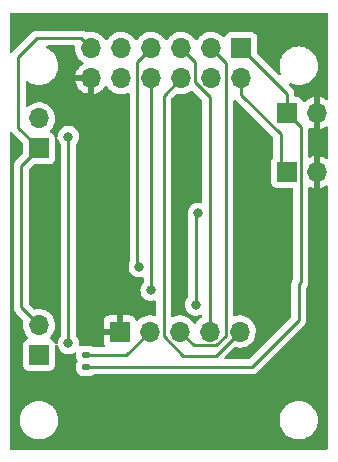
<source format=gbr>
%TF.GenerationSoftware,KiCad,Pcbnew,6.0.11+dfsg-1*%
%TF.CreationDate,2023-02-19T01:13:16+01:00*%
%TF.ProjectId,Controller,436f6e74-726f-46c6-9c65-722e6b696361,rev?*%
%TF.SameCoordinates,Original*%
%TF.FileFunction,Copper,L1,Top*%
%TF.FilePolarity,Positive*%
%FSLAX46Y46*%
G04 Gerber Fmt 4.6, Leading zero omitted, Abs format (unit mm)*
G04 Created by KiCad (PCBNEW 6.0.11+dfsg-1) date 2023-02-19 01:13:16*
%MOMM*%
%LPD*%
G01*
G04 APERTURE LIST*
G04 Aperture macros list*
%AMRoundRect*
0 Rectangle with rounded corners*
0 $1 Rounding radius*
0 $2 $3 $4 $5 $6 $7 $8 $9 X,Y pos of 4 corners*
0 Add a 4 corners polygon primitive as box body*
4,1,4,$2,$3,$4,$5,$6,$7,$8,$9,$2,$3,0*
0 Add four circle primitives for the rounded corners*
1,1,$1+$1,$2,$3*
1,1,$1+$1,$4,$5*
1,1,$1+$1,$6,$7*
1,1,$1+$1,$8,$9*
0 Add four rect primitives between the rounded corners*
20,1,$1+$1,$2,$3,$4,$5,0*
20,1,$1+$1,$4,$5,$6,$7,0*
20,1,$1+$1,$6,$7,$8,$9,0*
20,1,$1+$1,$8,$9,$2,$3,0*%
G04 Aperture macros list end*
%TA.AperFunction,ComponentPad*%
%ADD10R,1.700000X1.700000*%
%TD*%
%TA.AperFunction,ComponentPad*%
%ADD11O,1.700000X1.700000*%
%TD*%
%TA.AperFunction,SMDPad,CuDef*%
%ADD12RoundRect,0.135000X-0.185000X0.135000X-0.185000X-0.135000X0.185000X-0.135000X0.185000X0.135000X0*%
%TD*%
%TA.AperFunction,ViaPad*%
%ADD13C,0.800000*%
%TD*%
%TA.AperFunction,Conductor*%
%ADD14C,0.250000*%
%TD*%
G04 APERTURE END LIST*
D10*
%TO.P,J1,1,Pin_1*%
%TO.N,+3V3*%
X120120000Y-61500000D03*
D11*
%TO.P,J1,2,Pin_2*%
%TO.N,/CON_AUD*%
X120120000Y-64040000D03*
%TO.P,J1,3,Pin_3*%
%TO.N,/CON_X*%
X117580000Y-61500000D03*
%TO.P,J1,4,Pin_4*%
%TO.N,/CON_SPEZ*%
X117580000Y-64040000D03*
%TO.P,J1,5,Pin_5*%
%TO.N,/CON_Y*%
X115040000Y-61500000D03*
%TO.P,J1,6,Pin_6*%
%TO.N,/CON_JB*%
X115040000Y-64040000D03*
%TO.P,J1,7,Pin_7*%
%TO.N,/CON_BMA*%
X112500000Y-61500000D03*
%TO.P,J1,8,Pin_8*%
%TO.N,/CON_BM1*%
X112500000Y-64040000D03*
%TO.P,J1,9,Pin_9*%
%TO.N,/CON_BMB*%
X109960000Y-61500000D03*
%TO.P,J1,10,Pin_10*%
%TO.N,/CON_BM2*%
X109960000Y-64040000D03*
%TO.P,J1,11,Pin_11*%
%TO.N,/CON_BMC*%
X107420000Y-61500000D03*
%TO.P,J1,12,Pin_12*%
%TO.N,GND*%
X107420000Y-64040000D03*
%TD*%
D10*
%TO.P,J3,1,Pin_1*%
%TO.N,/CON_AUD*%
X124000000Y-72000000D03*
D11*
%TO.P,J3,2,Pin_2*%
%TO.N,GND*%
X126540000Y-72000000D03*
%TD*%
D10*
%TO.P,J4,1,Pin_1*%
%TO.N,+3V3*%
X124000000Y-67000000D03*
D11*
%TO.P,J4,2,Pin_2*%
%TO.N,GND*%
X126540000Y-67000000D03*
%TD*%
D10*
%TO.P,J6,1,Pin_1*%
%TO.N,/CON_BMC*%
X103000000Y-70000000D03*
D11*
%TO.P,J6,2,Pin_2*%
%TO.N,Net-(D6-Pad1)*%
X103000000Y-67460000D03*
%TD*%
D10*
%TO.P,J5,1,Pin_1*%
%TO.N,Net-(D3-Pad1)*%
X103000000Y-87500000D03*
D11*
%TO.P,J5,2,Pin_2*%
%TO.N,/CON_BMC*%
X103000000Y-84960000D03*
%TD*%
D12*
%TO.P,R1,1*%
%TO.N,Net-(J2-Pad2)*%
X107000000Y-87480000D03*
%TO.P,R1,2*%
%TO.N,+3V3*%
X107000000Y-88500000D03*
%TD*%
D10*
%TO.P,J2,1,Pin_1*%
%TO.N,GND*%
X109840000Y-85500000D03*
D11*
%TO.P,J2,2,Pin_2*%
%TO.N,Net-(J2-Pad2)*%
X112380000Y-85500000D03*
%TO.P,J2,3,Pin_3*%
%TO.N,/CON_X*%
X114920000Y-85500000D03*
%TO.P,J2,4,Pin_4*%
%TO.N,/CON_Y*%
X117460000Y-85500000D03*
%TO.P,J2,5,Pin_5*%
%TO.N,/CON_JB*%
X120000000Y-85500000D03*
%TD*%
D13*
%TO.N,/CON_BM1*%
X112500000Y-82000000D03*
%TO.N,/CON_BM2*%
X105500000Y-69000000D03*
X105500000Y-86500000D03*
%TO.N,GND*%
X108966000Y-91440000D03*
X122936000Y-61214000D03*
X118364000Y-91440000D03*
X121412000Y-73660000D03*
X103000000Y-77500000D03*
X108204000Y-77216000D03*
X123698000Y-80772000D03*
X120650000Y-76962000D03*
X126746000Y-61214000D03*
X116332000Y-69596000D03*
X126238000Y-84836000D03*
%TO.N,/CON_BMB*%
X116500000Y-75500000D03*
X116262653Y-83237347D03*
%TO.N,/CON_BMA*%
X111500000Y-80000000D03*
%TD*%
D14*
%TO.N,/CON_BM1*%
X112500000Y-64040000D02*
X112500000Y-79000000D01*
X112500000Y-79000000D02*
X112500000Y-82000000D01*
%TO.N,/CON_BM2*%
X105500000Y-86500000D02*
X105500000Y-78000000D01*
X105500000Y-69000000D02*
X105500000Y-78000000D01*
%TO.N,GND*%
X110500000Y-85460000D02*
X110460000Y-85500000D01*
%TO.N,/CON_BMC*%
X101500000Y-71500000D02*
X103000000Y-70000000D01*
X101500000Y-83460000D02*
X101500000Y-71500000D01*
X103000000Y-84960000D02*
X101500000Y-83460000D01*
X102851055Y-60650001D02*
X101235098Y-62265958D01*
X107420000Y-61500000D02*
X106570001Y-60650001D01*
X106570001Y-60650001D02*
X102851055Y-60650001D01*
X101235098Y-68235098D02*
X103000000Y-70000000D01*
X101235098Y-62265958D02*
X101235098Y-68235098D01*
%TO.N,/CON_BMB*%
X116262653Y-83237347D02*
X116262653Y-75737347D01*
X116262653Y-75737347D02*
X116500000Y-75500000D01*
%TO.N,/CON_BMA*%
X111500000Y-80000000D02*
X111324999Y-79824999D01*
X111324999Y-62675001D02*
X112500000Y-61500000D01*
X111324999Y-79824999D02*
X111324999Y-62675001D01*
%TO.N,/CON_JB*%
X117950010Y-87549990D02*
X115230988Y-87549990D01*
X113555001Y-85874003D02*
X113555001Y-65524999D01*
X115230988Y-87549990D02*
X113555001Y-85874003D01*
X113555001Y-65524999D02*
X115040000Y-64040000D01*
X120000000Y-85500000D02*
X117950010Y-87549990D01*
%TO.N,/CON_Y*%
X116215001Y-64414003D02*
X116215001Y-62675001D01*
X117460000Y-85500000D02*
X117460000Y-65659002D01*
X116215001Y-62675001D02*
X115040000Y-61500000D01*
X117460000Y-65659002D02*
X116215001Y-64414003D01*
X117500000Y-85500000D02*
X118080000Y-85500000D01*
%TO.N,/CON_X*%
X114920000Y-85500000D02*
X116095001Y-86675001D01*
X116095001Y-86675001D02*
X118024001Y-86675001D01*
X118824999Y-85874003D02*
X118824999Y-62744999D01*
X118824999Y-62744999D02*
X117580000Y-61500000D01*
X118024001Y-86675001D02*
X118824999Y-85874003D01*
%TO.N,/CON_AUD*%
X123460000Y-71460000D02*
X124000000Y-72000000D01*
X120120000Y-64040000D02*
X120120000Y-65445002D01*
X123460000Y-68785002D02*
X123460000Y-71460000D01*
X120120000Y-65445002D02*
X123460000Y-68785002D01*
%TO.N,+3V3*%
X120120000Y-62060000D02*
X120120000Y-61500000D01*
X121000000Y-88500000D02*
X125000000Y-84500000D01*
X125175001Y-81314999D02*
X125175001Y-68175001D01*
X107000000Y-88500000D02*
X121000000Y-88500000D01*
X125000000Y-84500000D02*
X125000000Y-81490000D01*
X124000000Y-67000000D02*
X124000000Y-65380000D01*
X125175001Y-68175001D02*
X124000000Y-67000000D01*
X124000000Y-65380000D02*
X120120000Y-61500000D01*
X125000000Y-81490000D02*
X125175001Y-81314999D01*
%TO.N,Net-(J2-Pad2)*%
X112380000Y-85500000D02*
X110400000Y-87480000D01*
X110400000Y-87480000D02*
X107000000Y-87480000D01*
%TD*%
%TA.AperFunction,Conductor*%
%TO.N,GND*%
G36*
X127433621Y-58528502D02*
G01*
X127480114Y-58582158D01*
X127491500Y-58634500D01*
X127491500Y-65761702D01*
X127471498Y-65829823D01*
X127417842Y-65876316D01*
X127347568Y-65886420D01*
X127295771Y-65866649D01*
X127289551Y-65862516D01*
X127103117Y-65759599D01*
X127093705Y-65755369D01*
X126892959Y-65684280D01*
X126882988Y-65681646D01*
X126811837Y-65668972D01*
X126798540Y-65670432D01*
X126794000Y-65684989D01*
X126794000Y-68318517D01*
X126798064Y-68332359D01*
X126811478Y-68334393D01*
X126818184Y-68333534D01*
X126828262Y-68331392D01*
X127032255Y-68270191D01*
X127041842Y-68266433D01*
X127233095Y-68172739D01*
X127241945Y-68167464D01*
X127292332Y-68131523D01*
X127359405Y-68108249D01*
X127428414Y-68124933D01*
X127477448Y-68176277D01*
X127491500Y-68234102D01*
X127491500Y-70761702D01*
X127471498Y-70829823D01*
X127417842Y-70876316D01*
X127347568Y-70886420D01*
X127295771Y-70866649D01*
X127289551Y-70862516D01*
X127103117Y-70759599D01*
X127093705Y-70755369D01*
X126892959Y-70684280D01*
X126882988Y-70681646D01*
X126811837Y-70668972D01*
X126798540Y-70670432D01*
X126794000Y-70684989D01*
X126794000Y-73318517D01*
X126798064Y-73332359D01*
X126811478Y-73334393D01*
X126818184Y-73333534D01*
X126828262Y-73331392D01*
X127032255Y-73270191D01*
X127041842Y-73266433D01*
X127233095Y-73172739D01*
X127241945Y-73167464D01*
X127292332Y-73131523D01*
X127359405Y-73108249D01*
X127428414Y-73124933D01*
X127477448Y-73176277D01*
X127491500Y-73234102D01*
X127491500Y-95365500D01*
X127471498Y-95433621D01*
X127417842Y-95480114D01*
X127365500Y-95491500D01*
X100634500Y-95491500D01*
X100566379Y-95471498D01*
X100519886Y-95417842D01*
X100508500Y-95365500D01*
X100508500Y-93000000D01*
X101368436Y-93000000D01*
X101388523Y-93255233D01*
X101389677Y-93260040D01*
X101389678Y-93260046D01*
X101422866Y-93398282D01*
X101448290Y-93504181D01*
X101450183Y-93508752D01*
X101450184Y-93508754D01*
X101490546Y-93606195D01*
X101546266Y-93740715D01*
X101680037Y-93959009D01*
X101683249Y-93962769D01*
X101683252Y-93962774D01*
X101831839Y-94136747D01*
X101846310Y-94153690D01*
X101850072Y-94156903D01*
X102037226Y-94316748D01*
X102037231Y-94316751D01*
X102040991Y-94319963D01*
X102259285Y-94453734D01*
X102263855Y-94455627D01*
X102263859Y-94455629D01*
X102491246Y-94549816D01*
X102495819Y-94551710D01*
X102582149Y-94572436D01*
X102739954Y-94610322D01*
X102739960Y-94610323D01*
X102744767Y-94611477D01*
X103000000Y-94631564D01*
X103255233Y-94611477D01*
X103260040Y-94610323D01*
X103260046Y-94610322D01*
X103417851Y-94572436D01*
X103504181Y-94551710D01*
X103508754Y-94549816D01*
X103736141Y-94455629D01*
X103736145Y-94455627D01*
X103740715Y-94453734D01*
X103959009Y-94319963D01*
X103962769Y-94316751D01*
X103962774Y-94316748D01*
X104149928Y-94156903D01*
X104153690Y-94153690D01*
X104168161Y-94136747D01*
X104316748Y-93962774D01*
X104316751Y-93962769D01*
X104319963Y-93959009D01*
X104453734Y-93740715D01*
X104509455Y-93606195D01*
X104549816Y-93508754D01*
X104549817Y-93508752D01*
X104551710Y-93504181D01*
X104577134Y-93398282D01*
X104610322Y-93260046D01*
X104610323Y-93260040D01*
X104611477Y-93255233D01*
X104631564Y-93000000D01*
X123368436Y-93000000D01*
X123388523Y-93255233D01*
X123389677Y-93260040D01*
X123389678Y-93260046D01*
X123422866Y-93398282D01*
X123448290Y-93504181D01*
X123450183Y-93508752D01*
X123450184Y-93508754D01*
X123490546Y-93606195D01*
X123546266Y-93740715D01*
X123680037Y-93959009D01*
X123683249Y-93962769D01*
X123683252Y-93962774D01*
X123831839Y-94136747D01*
X123846310Y-94153690D01*
X123850072Y-94156903D01*
X124037226Y-94316748D01*
X124037231Y-94316751D01*
X124040991Y-94319963D01*
X124259285Y-94453734D01*
X124263855Y-94455627D01*
X124263859Y-94455629D01*
X124491246Y-94549816D01*
X124495819Y-94551710D01*
X124582149Y-94572436D01*
X124739954Y-94610322D01*
X124739960Y-94610323D01*
X124744767Y-94611477D01*
X125000000Y-94631564D01*
X125255233Y-94611477D01*
X125260040Y-94610323D01*
X125260046Y-94610322D01*
X125417851Y-94572436D01*
X125504181Y-94551710D01*
X125508754Y-94549816D01*
X125736141Y-94455629D01*
X125736145Y-94455627D01*
X125740715Y-94453734D01*
X125959009Y-94319963D01*
X125962769Y-94316751D01*
X125962774Y-94316748D01*
X126149928Y-94156903D01*
X126153690Y-94153690D01*
X126168161Y-94136747D01*
X126316748Y-93962774D01*
X126316751Y-93962769D01*
X126319963Y-93959009D01*
X126453734Y-93740715D01*
X126509455Y-93606195D01*
X126549816Y-93508754D01*
X126549817Y-93508752D01*
X126551710Y-93504181D01*
X126577134Y-93398282D01*
X126610322Y-93260046D01*
X126610323Y-93260040D01*
X126611477Y-93255233D01*
X126631564Y-93000000D01*
X126611477Y-92744767D01*
X126551710Y-92495819D01*
X126453734Y-92259285D01*
X126319963Y-92040991D01*
X126316751Y-92037231D01*
X126316748Y-92037226D01*
X126156903Y-91850072D01*
X126153690Y-91846310D01*
X126136747Y-91831839D01*
X125962774Y-91683252D01*
X125962769Y-91683249D01*
X125959009Y-91680037D01*
X125740715Y-91546266D01*
X125736145Y-91544373D01*
X125736141Y-91544371D01*
X125508754Y-91450184D01*
X125508752Y-91450183D01*
X125504181Y-91448290D01*
X125417851Y-91427564D01*
X125260046Y-91389678D01*
X125260040Y-91389677D01*
X125255233Y-91388523D01*
X125000000Y-91368436D01*
X124744767Y-91388523D01*
X124739960Y-91389677D01*
X124739954Y-91389678D01*
X124582149Y-91427564D01*
X124495819Y-91448290D01*
X124491248Y-91450183D01*
X124491246Y-91450184D01*
X124263859Y-91544371D01*
X124263855Y-91544373D01*
X124259285Y-91546266D01*
X124040991Y-91680037D01*
X124037231Y-91683249D01*
X124037226Y-91683252D01*
X123863253Y-91831839D01*
X123846310Y-91846310D01*
X123843097Y-91850072D01*
X123683252Y-92037226D01*
X123683249Y-92037231D01*
X123680037Y-92040991D01*
X123546266Y-92259285D01*
X123448290Y-92495819D01*
X123388523Y-92744767D01*
X123368938Y-92993617D01*
X123368436Y-93000000D01*
X104631564Y-93000000D01*
X104611477Y-92744767D01*
X104551710Y-92495819D01*
X104453734Y-92259285D01*
X104319963Y-92040991D01*
X104316751Y-92037231D01*
X104316748Y-92037226D01*
X104156903Y-91850072D01*
X104153690Y-91846310D01*
X104136747Y-91831839D01*
X103962774Y-91683252D01*
X103962769Y-91683249D01*
X103959009Y-91680037D01*
X103740715Y-91546266D01*
X103736145Y-91544373D01*
X103736141Y-91544371D01*
X103508754Y-91450184D01*
X103508752Y-91450183D01*
X103504181Y-91448290D01*
X103417851Y-91427564D01*
X103260046Y-91389678D01*
X103260040Y-91389677D01*
X103255233Y-91388523D01*
X103000000Y-91368436D01*
X102744767Y-91388523D01*
X102739960Y-91389677D01*
X102739954Y-91389678D01*
X102582149Y-91427564D01*
X102495819Y-91448290D01*
X102491248Y-91450183D01*
X102491246Y-91450184D01*
X102263859Y-91544371D01*
X102263855Y-91544373D01*
X102259285Y-91546266D01*
X102040991Y-91680037D01*
X102037231Y-91683249D01*
X102037226Y-91683252D01*
X101863253Y-91831839D01*
X101846310Y-91846310D01*
X101843097Y-91850072D01*
X101683252Y-92037226D01*
X101683249Y-92037231D01*
X101680037Y-92040991D01*
X101546266Y-92259285D01*
X101448290Y-92495819D01*
X101388523Y-92744767D01*
X101368938Y-92993617D01*
X101368436Y-93000000D01*
X100508500Y-93000000D01*
X100508500Y-68706581D01*
X100528502Y-68638460D01*
X100582158Y-68591967D01*
X100652432Y-68581863D01*
X100717012Y-68611357D01*
X100729290Y-68624319D01*
X100730556Y-68626460D01*
X100744877Y-68640781D01*
X100757717Y-68655814D01*
X100769626Y-68672205D01*
X100775732Y-68677256D01*
X100803703Y-68700396D01*
X100812482Y-68708386D01*
X101604595Y-69500499D01*
X101638621Y-69562811D01*
X101641500Y-69589594D01*
X101641500Y-70410405D01*
X101621498Y-70478526D01*
X101604595Y-70499500D01*
X101107747Y-70996348D01*
X101099461Y-71003888D01*
X101092982Y-71008000D01*
X101087557Y-71013777D01*
X101046357Y-71057651D01*
X101043602Y-71060493D01*
X101023865Y-71080230D01*
X101021385Y-71083427D01*
X101013682Y-71092447D01*
X100983414Y-71124679D01*
X100979595Y-71131625D01*
X100979593Y-71131628D01*
X100973652Y-71142434D01*
X100962801Y-71158953D01*
X100950386Y-71174959D01*
X100947241Y-71182228D01*
X100947238Y-71182232D01*
X100932826Y-71215537D01*
X100927609Y-71226187D01*
X100906305Y-71264940D01*
X100904334Y-71272615D01*
X100904334Y-71272616D01*
X100901267Y-71284562D01*
X100894863Y-71303266D01*
X100886819Y-71321855D01*
X100885580Y-71329678D01*
X100885577Y-71329688D01*
X100879901Y-71365524D01*
X100877495Y-71377144D01*
X100866500Y-71419970D01*
X100866500Y-71440224D01*
X100864949Y-71459934D01*
X100861780Y-71479943D01*
X100862526Y-71487835D01*
X100865941Y-71523961D01*
X100866500Y-71535819D01*
X100866500Y-83381233D01*
X100865973Y-83392416D01*
X100864298Y-83399909D01*
X100864547Y-83407835D01*
X100864547Y-83407836D01*
X100866438Y-83467986D01*
X100866500Y-83471945D01*
X100866500Y-83499856D01*
X100866997Y-83503790D01*
X100866997Y-83503791D01*
X100867005Y-83503856D01*
X100867938Y-83515693D01*
X100869327Y-83559889D01*
X100874978Y-83579339D01*
X100878987Y-83598700D01*
X100881526Y-83618797D01*
X100884445Y-83626168D01*
X100884445Y-83626170D01*
X100897804Y-83659912D01*
X100901649Y-83671142D01*
X100913982Y-83713593D01*
X100918015Y-83720412D01*
X100918017Y-83720417D01*
X100924293Y-83731028D01*
X100932988Y-83748776D01*
X100940448Y-83767617D01*
X100945110Y-83774033D01*
X100945110Y-83774034D01*
X100966436Y-83803387D01*
X100972952Y-83813307D01*
X100979630Y-83824598D01*
X100995458Y-83851362D01*
X101009779Y-83865683D01*
X101022619Y-83880716D01*
X101034528Y-83897107D01*
X101040634Y-83902158D01*
X101068605Y-83925298D01*
X101077384Y-83933288D01*
X101649778Y-84505682D01*
X101683804Y-84567994D01*
X101682100Y-84628448D01*
X101660989Y-84704570D01*
X101660441Y-84709700D01*
X101660440Y-84709704D01*
X101656988Y-84742005D01*
X101637251Y-84926695D01*
X101637548Y-84931848D01*
X101637548Y-84931851D01*
X101643011Y-85026590D01*
X101650110Y-85149715D01*
X101651247Y-85154761D01*
X101651248Y-85154767D01*
X101671119Y-85242939D01*
X101699222Y-85367639D01*
X101783266Y-85574616D01*
X101785965Y-85579020D01*
X101895935Y-85758475D01*
X101899987Y-85765088D01*
X102046250Y-85933938D01*
X102050230Y-85937242D01*
X102054981Y-85941187D01*
X102094616Y-86000090D01*
X102096113Y-86071071D01*
X102058997Y-86131593D01*
X102018724Y-86156112D01*
X101903295Y-86199385D01*
X101786739Y-86286739D01*
X101699385Y-86403295D01*
X101648255Y-86539684D01*
X101641500Y-86601866D01*
X101641500Y-88398134D01*
X101648255Y-88460316D01*
X101699385Y-88596705D01*
X101786739Y-88713261D01*
X101903295Y-88800615D01*
X102039684Y-88851745D01*
X102101866Y-88858500D01*
X103898134Y-88858500D01*
X103960316Y-88851745D01*
X104096705Y-88800615D01*
X104213261Y-88713261D01*
X104300615Y-88596705D01*
X104351745Y-88460316D01*
X104358500Y-88398134D01*
X104358500Y-86718867D01*
X104378502Y-86650746D01*
X104432158Y-86604253D01*
X104492225Y-86595617D01*
X104431478Y-86597931D01*
X104370334Y-86561849D01*
X104344366Y-86520000D01*
X104303768Y-86411705D01*
X104303767Y-86411703D01*
X104300615Y-86403295D01*
X104213261Y-86286739D01*
X104096705Y-86199385D01*
X104084132Y-86194672D01*
X103978203Y-86154960D01*
X103921439Y-86112318D01*
X103896739Y-86045756D01*
X103911947Y-85976408D01*
X103933493Y-85947727D01*
X103999664Y-85881787D01*
X104038096Y-85843489D01*
X104056571Y-85817779D01*
X104165435Y-85666277D01*
X104168453Y-85662077D01*
X104214006Y-85569908D01*
X104265136Y-85466453D01*
X104265137Y-85466451D01*
X104267430Y-85461811D01*
X104332370Y-85248069D01*
X104361529Y-85026590D01*
X104363156Y-84960000D01*
X104344852Y-84737361D01*
X104290431Y-84520702D01*
X104201354Y-84315840D01*
X104156009Y-84245747D01*
X104082822Y-84132617D01*
X104082820Y-84132614D01*
X104080014Y-84128277D01*
X103929670Y-83963051D01*
X103925619Y-83959852D01*
X103925615Y-83959848D01*
X103758414Y-83827800D01*
X103758410Y-83827798D01*
X103754359Y-83824598D01*
X103733906Y-83813307D01*
X103702136Y-83795769D01*
X103558789Y-83716638D01*
X103553920Y-83714914D01*
X103553916Y-83714912D01*
X103353087Y-83643795D01*
X103353083Y-83643794D01*
X103348212Y-83642069D01*
X103343119Y-83641162D01*
X103343116Y-83641161D01*
X103133373Y-83603800D01*
X103133367Y-83603799D01*
X103128284Y-83602894D01*
X103054452Y-83601992D01*
X102910081Y-83600228D01*
X102910079Y-83600228D01*
X102904911Y-83600165D01*
X102684091Y-83633955D01*
X102671532Y-83638060D01*
X102600568Y-83640210D01*
X102543294Y-83607389D01*
X102170405Y-83234500D01*
X102136379Y-83172188D01*
X102133500Y-83145405D01*
X102133500Y-71814594D01*
X102153502Y-71746473D01*
X102170405Y-71725499D01*
X102500499Y-71395405D01*
X102562811Y-71361379D01*
X102589594Y-71358500D01*
X103898134Y-71358500D01*
X103960316Y-71351745D01*
X104096705Y-71300615D01*
X104213261Y-71213261D01*
X104300615Y-71096705D01*
X104351745Y-70960316D01*
X104358500Y-70898134D01*
X104358500Y-69218867D01*
X104378502Y-69150746D01*
X104432158Y-69104253D01*
X104492225Y-69095617D01*
X104431478Y-69097931D01*
X104370334Y-69061849D01*
X104344366Y-69020000D01*
X104303768Y-68911705D01*
X104303767Y-68911704D01*
X104300615Y-68903295D01*
X104213261Y-68786739D01*
X104096705Y-68699385D01*
X104058632Y-68685112D01*
X103978203Y-68654960D01*
X103921439Y-68612318D01*
X103896739Y-68545756D01*
X103911947Y-68476408D01*
X103933493Y-68447727D01*
X103985998Y-68395405D01*
X104038096Y-68343489D01*
X104045250Y-68333534D01*
X104165435Y-68166277D01*
X104168453Y-68162077D01*
X104182384Y-68133891D01*
X104265136Y-67966453D01*
X104265137Y-67966451D01*
X104267430Y-67961811D01*
X104332370Y-67748069D01*
X104361529Y-67526590D01*
X104363156Y-67460000D01*
X104344852Y-67237361D01*
X104290431Y-67020702D01*
X104201354Y-66815840D01*
X104080014Y-66628277D01*
X103929670Y-66463051D01*
X103925619Y-66459852D01*
X103925615Y-66459848D01*
X103758414Y-66327800D01*
X103758410Y-66327798D01*
X103754359Y-66324598D01*
X103558789Y-66216638D01*
X103553920Y-66214914D01*
X103553916Y-66214912D01*
X103353087Y-66143795D01*
X103353083Y-66143794D01*
X103348212Y-66142069D01*
X103343119Y-66141162D01*
X103343116Y-66141161D01*
X103133373Y-66103800D01*
X103133367Y-66103799D01*
X103128284Y-66102894D01*
X103054452Y-66101992D01*
X102910081Y-66100228D01*
X102910079Y-66100228D01*
X102904911Y-66100165D01*
X102684091Y-66133955D01*
X102471756Y-66203357D01*
X102273607Y-66306507D01*
X102269474Y-66309610D01*
X102269471Y-66309612D01*
X102182212Y-66375128D01*
X102094965Y-66440635D01*
X102091395Y-66444371D01*
X102091388Y-66444377D01*
X102085693Y-66450337D01*
X102024170Y-66485769D01*
X101953257Y-66482313D01*
X101895470Y-66441068D01*
X101869156Y-66375128D01*
X101868598Y-66363288D01*
X101868598Y-64439310D01*
X101888600Y-64371189D01*
X101942256Y-64324696D01*
X102012530Y-64314592D01*
X102060433Y-64331877D01*
X102259285Y-64453734D01*
X102263855Y-64455627D01*
X102263859Y-64455629D01*
X102491246Y-64549816D01*
X102495819Y-64551710D01*
X102582149Y-64572436D01*
X102739954Y-64610322D01*
X102739960Y-64610323D01*
X102744767Y-64611477D01*
X103000000Y-64631564D01*
X103255233Y-64611477D01*
X103260040Y-64610323D01*
X103260046Y-64610322D01*
X103417851Y-64572436D01*
X103504181Y-64551710D01*
X103508754Y-64549816D01*
X103736141Y-64455629D01*
X103736145Y-64455627D01*
X103740715Y-64453734D01*
X103959009Y-64319963D01*
X103962769Y-64316751D01*
X103962774Y-64316748D01*
X103973056Y-64307966D01*
X106088257Y-64307966D01*
X106118565Y-64442446D01*
X106121645Y-64452275D01*
X106201770Y-64649603D01*
X106206413Y-64658794D01*
X106317694Y-64840388D01*
X106323777Y-64848699D01*
X106463213Y-65009667D01*
X106470580Y-65016883D01*
X106634434Y-65152916D01*
X106642881Y-65158831D01*
X106826756Y-65266279D01*
X106836042Y-65270729D01*
X107035001Y-65346703D01*
X107044899Y-65349579D01*
X107148250Y-65370606D01*
X107162299Y-65369410D01*
X107166000Y-65359065D01*
X107166000Y-64312115D01*
X107161525Y-64296876D01*
X107160135Y-64295671D01*
X107152452Y-64294000D01*
X106103225Y-64294000D01*
X106089694Y-64297973D01*
X106088257Y-64307966D01*
X103973056Y-64307966D01*
X104149928Y-64156903D01*
X104153690Y-64153690D01*
X104234004Y-64059654D01*
X104316748Y-63962774D01*
X104316751Y-63962769D01*
X104319963Y-63959009D01*
X104453734Y-63740715D01*
X104462093Y-63720536D01*
X104549816Y-63508754D01*
X104549818Y-63508749D01*
X104551710Y-63504181D01*
X104585848Y-63361986D01*
X104610322Y-63260046D01*
X104610323Y-63260040D01*
X104611477Y-63255233D01*
X104631564Y-63000000D01*
X104611477Y-62744767D01*
X104609155Y-62735092D01*
X104563318Y-62544171D01*
X104551710Y-62495819D01*
X104549816Y-62491246D01*
X104455629Y-62263859D01*
X104455627Y-62263855D01*
X104453734Y-62259285D01*
X104319963Y-62040991D01*
X104316751Y-62037231D01*
X104316748Y-62037226D01*
X104156903Y-61850072D01*
X104153690Y-61846310D01*
X104130438Y-61826451D01*
X103962774Y-61683252D01*
X103962769Y-61683249D01*
X103959009Y-61680037D01*
X103740715Y-61546266D01*
X103736145Y-61544373D01*
X103736141Y-61544371D01*
X103691571Y-61525910D01*
X103636290Y-61481362D01*
X103613869Y-61413998D01*
X103631427Y-61345207D01*
X103683389Y-61296829D01*
X103739789Y-61283501D01*
X105936645Y-61283501D01*
X106004766Y-61303503D01*
X106051259Y-61357159D01*
X106061932Y-61422889D01*
X106059341Y-61447135D01*
X106057251Y-61466695D01*
X106057548Y-61471848D01*
X106057548Y-61471851D01*
X106061839Y-61546266D01*
X106070110Y-61689715D01*
X106071247Y-61694761D01*
X106071248Y-61694767D01*
X106086469Y-61762306D01*
X106119222Y-61907639D01*
X106173370Y-62040991D01*
X106192383Y-62087813D01*
X106203266Y-62114616D01*
X106246966Y-62185928D01*
X106317291Y-62300688D01*
X106319987Y-62305088D01*
X106466250Y-62473938D01*
X106638126Y-62616632D01*
X106688502Y-62646069D01*
X106711955Y-62659774D01*
X106760679Y-62711412D01*
X106773750Y-62781195D01*
X106747019Y-62846967D01*
X106706562Y-62880327D01*
X106698457Y-62884546D01*
X106689738Y-62890036D01*
X106519433Y-63017905D01*
X106511726Y-63024748D01*
X106364590Y-63178717D01*
X106358104Y-63186727D01*
X106238098Y-63362649D01*
X106233000Y-63371623D01*
X106143338Y-63564783D01*
X106139775Y-63574470D01*
X106084389Y-63774183D01*
X106085912Y-63782607D01*
X106098292Y-63786000D01*
X107548000Y-63786000D01*
X107616121Y-63806002D01*
X107662614Y-63859658D01*
X107674000Y-63912000D01*
X107674000Y-65358517D01*
X107678064Y-65372359D01*
X107691478Y-65374393D01*
X107698184Y-65373534D01*
X107708262Y-65371392D01*
X107912255Y-65310191D01*
X107921842Y-65306433D01*
X108113095Y-65212739D01*
X108121945Y-65207464D01*
X108295328Y-65083792D01*
X108303200Y-65077139D01*
X108454052Y-64926812D01*
X108460730Y-64918965D01*
X108588022Y-64741819D01*
X108589279Y-64742722D01*
X108636373Y-64699362D01*
X108706311Y-64687145D01*
X108771751Y-64714678D01*
X108799579Y-64746511D01*
X108859987Y-64845088D01*
X109006250Y-65013938D01*
X109178126Y-65156632D01*
X109371000Y-65269338D01*
X109375825Y-65271180D01*
X109375826Y-65271181D01*
X109407730Y-65283364D01*
X109579692Y-65349030D01*
X109584760Y-65350061D01*
X109584763Y-65350062D01*
X109673148Y-65368044D01*
X109798597Y-65393567D01*
X109803772Y-65393757D01*
X109803774Y-65393757D01*
X110016673Y-65401564D01*
X110016677Y-65401564D01*
X110021837Y-65401753D01*
X110026957Y-65401097D01*
X110026959Y-65401097D01*
X110238288Y-65374025D01*
X110238289Y-65374025D01*
X110243416Y-65373368D01*
X110248366Y-65371883D01*
X110452429Y-65310661D01*
X110452434Y-65310659D01*
X110457384Y-65309174D01*
X110510070Y-65283364D01*
X110580041Y-65271358D01*
X110645398Y-65299088D01*
X110685388Y-65357751D01*
X110691499Y-65396516D01*
X110691499Y-79549605D01*
X110674617Y-79612606D01*
X110665473Y-79628444D01*
X110606458Y-79810072D01*
X110586496Y-80000000D01*
X110606458Y-80189928D01*
X110665473Y-80371556D01*
X110760960Y-80536944D01*
X110888747Y-80678866D01*
X111043248Y-80791118D01*
X111049276Y-80793802D01*
X111049278Y-80793803D01*
X111211681Y-80866109D01*
X111217712Y-80868794D01*
X111311112Y-80888647D01*
X111398056Y-80907128D01*
X111398061Y-80907128D01*
X111404513Y-80908500D01*
X111595487Y-80908500D01*
X111601939Y-80907128D01*
X111601944Y-80907128D01*
X111714303Y-80883245D01*
X111785094Y-80888647D01*
X111841727Y-80931464D01*
X111866220Y-80998102D01*
X111866500Y-81006492D01*
X111866500Y-81297476D01*
X111846498Y-81365597D01*
X111834142Y-81381779D01*
X111760960Y-81463056D01*
X111710729Y-81550059D01*
X111685354Y-81594010D01*
X111665473Y-81628444D01*
X111606458Y-81810072D01*
X111586496Y-82000000D01*
X111606458Y-82189928D01*
X111665473Y-82371556D01*
X111760960Y-82536944D01*
X111765378Y-82541851D01*
X111765379Y-82541852D01*
X111834964Y-82619134D01*
X111888747Y-82678866D01*
X112043248Y-82791118D01*
X112049276Y-82793802D01*
X112049278Y-82793803D01*
X112198113Y-82860068D01*
X112217712Y-82868794D01*
X112311112Y-82888647D01*
X112398056Y-82907128D01*
X112398061Y-82907128D01*
X112404513Y-82908500D01*
X112595487Y-82908500D01*
X112601939Y-82907128D01*
X112601944Y-82907128D01*
X112769304Y-82871554D01*
X112840095Y-82876956D01*
X112896727Y-82919773D01*
X112921221Y-82986411D01*
X112921501Y-82994801D01*
X112921501Y-84072230D01*
X112901499Y-84140351D01*
X112847843Y-84186844D01*
X112777569Y-84196948D01*
X112753442Y-84191003D01*
X112733091Y-84183796D01*
X112733083Y-84183794D01*
X112728212Y-84182069D01*
X112723119Y-84181162D01*
X112723116Y-84181161D01*
X112513373Y-84143800D01*
X112513367Y-84143799D01*
X112508284Y-84142894D01*
X112434452Y-84141992D01*
X112290081Y-84140228D01*
X112290079Y-84140228D01*
X112284911Y-84140165D01*
X112064091Y-84173955D01*
X111851756Y-84243357D01*
X111821443Y-84259137D01*
X111747017Y-84297881D01*
X111653607Y-84346507D01*
X111649474Y-84349610D01*
X111649471Y-84349612D01*
X111488963Y-84470125D01*
X111474965Y-84480635D01*
X111471393Y-84484373D01*
X111393898Y-84565466D01*
X111332374Y-84600895D01*
X111261462Y-84597438D01*
X111203676Y-84556192D01*
X111184823Y-84522644D01*
X111143324Y-84411946D01*
X111134786Y-84396351D01*
X111058285Y-84294276D01*
X111045724Y-84281715D01*
X110943649Y-84205214D01*
X110928054Y-84196676D01*
X110807606Y-84151522D01*
X110792351Y-84147895D01*
X110741486Y-84142369D01*
X110734672Y-84142000D01*
X110112115Y-84142000D01*
X110096876Y-84146475D01*
X110095671Y-84147865D01*
X110094000Y-84155548D01*
X110094000Y-85628000D01*
X110073998Y-85696121D01*
X110020342Y-85742614D01*
X109968000Y-85754000D01*
X108500116Y-85754000D01*
X108484877Y-85758475D01*
X108483672Y-85759865D01*
X108482001Y-85767548D01*
X108482001Y-86394669D01*
X108482371Y-86401490D01*
X108487895Y-86452352D01*
X108491521Y-86467604D01*
X108536676Y-86588054D01*
X108545213Y-86603648D01*
X108576157Y-86644936D01*
X108601004Y-86711442D01*
X108585951Y-86780825D01*
X108535776Y-86831054D01*
X108475330Y-86846500D01*
X107640694Y-86846500D01*
X107576555Y-86828954D01*
X107449419Y-86753766D01*
X107449418Y-86753766D01*
X107442596Y-86749731D01*
X107434985Y-86747520D01*
X107434983Y-86747519D01*
X107344250Y-86721159D01*
X107286466Y-86704371D01*
X107280059Y-86703867D01*
X107280055Y-86703866D01*
X107252444Y-86701693D01*
X107252438Y-86701693D01*
X107249989Y-86701500D01*
X107000152Y-86701500D01*
X106750012Y-86701501D01*
X106713534Y-86704371D01*
X106632506Y-86727912D01*
X106561960Y-86748407D01*
X106490963Y-86748204D01*
X106431347Y-86709650D01*
X106402039Y-86644985D01*
X106401497Y-86614240D01*
X106412814Y-86506565D01*
X106413504Y-86500000D01*
X106402585Y-86396109D01*
X106394232Y-86316635D01*
X106394232Y-86316633D01*
X106393542Y-86310072D01*
X106334527Y-86128444D01*
X106239040Y-85963056D01*
X106165863Y-85881785D01*
X106135147Y-85817779D01*
X106133500Y-85797476D01*
X106133500Y-85227885D01*
X108482000Y-85227885D01*
X108486475Y-85243124D01*
X108487865Y-85244329D01*
X108495548Y-85246000D01*
X109567885Y-85246000D01*
X109583124Y-85241525D01*
X109584329Y-85240135D01*
X109586000Y-85232452D01*
X109586000Y-84160116D01*
X109581525Y-84144877D01*
X109580135Y-84143672D01*
X109572452Y-84142001D01*
X108945331Y-84142001D01*
X108938510Y-84142371D01*
X108887648Y-84147895D01*
X108872396Y-84151521D01*
X108751946Y-84196676D01*
X108736351Y-84205214D01*
X108634276Y-84281715D01*
X108621715Y-84294276D01*
X108545214Y-84396351D01*
X108536676Y-84411946D01*
X108491522Y-84532394D01*
X108487895Y-84547649D01*
X108482369Y-84598514D01*
X108482000Y-84605328D01*
X108482000Y-85227885D01*
X106133500Y-85227885D01*
X106133500Y-69702524D01*
X106153502Y-69634403D01*
X106165858Y-69618221D01*
X106239040Y-69536944D01*
X106334527Y-69371556D01*
X106393542Y-69189928D01*
X106407004Y-69061849D01*
X106412814Y-69006565D01*
X106413504Y-69000000D01*
X106393542Y-68810072D01*
X106334527Y-68628444D01*
X106239040Y-68463056D01*
X106182715Y-68400500D01*
X106115675Y-68326045D01*
X106115674Y-68326044D01*
X106111253Y-68321134D01*
X105956752Y-68208882D01*
X105950724Y-68206198D01*
X105950722Y-68206197D01*
X105788319Y-68133891D01*
X105788318Y-68133891D01*
X105782288Y-68131206D01*
X105688888Y-68111353D01*
X105601944Y-68092872D01*
X105601939Y-68092872D01*
X105595487Y-68091500D01*
X105404513Y-68091500D01*
X105398061Y-68092872D01*
X105398056Y-68092872D01*
X105311112Y-68111353D01*
X105217712Y-68131206D01*
X105211682Y-68133891D01*
X105211681Y-68133891D01*
X105049278Y-68206197D01*
X105049276Y-68206198D01*
X105043248Y-68208882D01*
X104888747Y-68321134D01*
X104884326Y-68326044D01*
X104884325Y-68326045D01*
X104817286Y-68400500D01*
X104760960Y-68463056D01*
X104665473Y-68628444D01*
X104606458Y-68810072D01*
X104605769Y-68816631D01*
X104605768Y-68816634D01*
X104587658Y-68988942D01*
X104560645Y-69054598D01*
X104503361Y-69094573D01*
X104567012Y-69123643D01*
X104605396Y-69183369D01*
X104606034Y-69185894D01*
X104606458Y-69189928D01*
X104665473Y-69371556D01*
X104760960Y-69536944D01*
X104834137Y-69618215D01*
X104864853Y-69682221D01*
X104866500Y-69702524D01*
X104866500Y-85797476D01*
X104846498Y-85865597D01*
X104834142Y-85881779D01*
X104760960Y-85963056D01*
X104665473Y-86128444D01*
X104606458Y-86310072D01*
X104605769Y-86316631D01*
X104605768Y-86316634D01*
X104587658Y-86488942D01*
X104560645Y-86554598D01*
X104503361Y-86594573D01*
X104567012Y-86623643D01*
X104605396Y-86683369D01*
X104606034Y-86685894D01*
X104606458Y-86689928D01*
X104665473Y-86871556D01*
X104760960Y-87036944D01*
X104888747Y-87178866D01*
X104977755Y-87243534D01*
X105027961Y-87280011D01*
X105043248Y-87291118D01*
X105049276Y-87293802D01*
X105049278Y-87293803D01*
X105211681Y-87366109D01*
X105217712Y-87368794D01*
X105311112Y-87388647D01*
X105398056Y-87407128D01*
X105398061Y-87407128D01*
X105404513Y-87408500D01*
X105595487Y-87408500D01*
X105601939Y-87407128D01*
X105601944Y-87407128D01*
X105688888Y-87388647D01*
X105782288Y-87368794D01*
X105788319Y-87366109D01*
X105950722Y-87293803D01*
X105950724Y-87293802D01*
X105956752Y-87291118D01*
X105971438Y-87280448D01*
X106038305Y-87256589D01*
X106107457Y-87272668D01*
X106156938Y-87323582D01*
X106171500Y-87382383D01*
X106171501Y-87679988D01*
X106174371Y-87716466D01*
X106176168Y-87722650D01*
X106217124Y-87863621D01*
X106219731Y-87872596D01*
X106223767Y-87879421D01*
X106223769Y-87879425D01*
X106251231Y-87925861D01*
X106268691Y-87994677D01*
X106251231Y-88054139D01*
X106223769Y-88100575D01*
X106223767Y-88100579D01*
X106219731Y-88107404D01*
X106174371Y-88263534D01*
X106171500Y-88300011D01*
X106171501Y-88699988D01*
X106174371Y-88736466D01*
X106219731Y-88892596D01*
X106223766Y-88899418D01*
X106223766Y-88899419D01*
X106298460Y-89025720D01*
X106302494Y-89032541D01*
X106417459Y-89147506D01*
X106557404Y-89230269D01*
X106565015Y-89232480D01*
X106565017Y-89232481D01*
X106655750Y-89258841D01*
X106713534Y-89275629D01*
X106719941Y-89276133D01*
X106719945Y-89276134D01*
X106747556Y-89278307D01*
X106747562Y-89278307D01*
X106750011Y-89278500D01*
X106999848Y-89278500D01*
X107249988Y-89278499D01*
X107286466Y-89275629D01*
X107383270Y-89247505D01*
X107434983Y-89232481D01*
X107434985Y-89232480D01*
X107442596Y-89230269D01*
X107576555Y-89151046D01*
X107640694Y-89133500D01*
X120921233Y-89133500D01*
X120932416Y-89134027D01*
X120939909Y-89135702D01*
X120947835Y-89135453D01*
X120947836Y-89135453D01*
X121007986Y-89133562D01*
X121011945Y-89133500D01*
X121039856Y-89133500D01*
X121043791Y-89133003D01*
X121043856Y-89132995D01*
X121055693Y-89132062D01*
X121087951Y-89131048D01*
X121091970Y-89130922D01*
X121099889Y-89130673D01*
X121119343Y-89125021D01*
X121138700Y-89121013D01*
X121150930Y-89119468D01*
X121150931Y-89119468D01*
X121158797Y-89118474D01*
X121166168Y-89115555D01*
X121166170Y-89115555D01*
X121199912Y-89102196D01*
X121211142Y-89098351D01*
X121245983Y-89088229D01*
X121245984Y-89088229D01*
X121253593Y-89086018D01*
X121260412Y-89081985D01*
X121260417Y-89081983D01*
X121271028Y-89075707D01*
X121288776Y-89067012D01*
X121307617Y-89059552D01*
X121343387Y-89033564D01*
X121353307Y-89027048D01*
X121384535Y-89008580D01*
X121384538Y-89008578D01*
X121391362Y-89004542D01*
X121405683Y-88990221D01*
X121420717Y-88977380D01*
X121430694Y-88970131D01*
X121437107Y-88965472D01*
X121465298Y-88931395D01*
X121473288Y-88922616D01*
X125392247Y-85003657D01*
X125400537Y-84996113D01*
X125407018Y-84992000D01*
X125453659Y-84942332D01*
X125456413Y-84939491D01*
X125476134Y-84919770D01*
X125478612Y-84916575D01*
X125486318Y-84907553D01*
X125511158Y-84881101D01*
X125516586Y-84875321D01*
X125522732Y-84864142D01*
X125526346Y-84857568D01*
X125537199Y-84841045D01*
X125544753Y-84831306D01*
X125549613Y-84825041D01*
X125567176Y-84784457D01*
X125572383Y-84773827D01*
X125593695Y-84735060D01*
X125595666Y-84727383D01*
X125595668Y-84727378D01*
X125598732Y-84715442D01*
X125605138Y-84696730D01*
X125610033Y-84685419D01*
X125613181Y-84678145D01*
X125614421Y-84670317D01*
X125614423Y-84670310D01*
X125620099Y-84634476D01*
X125622505Y-84622856D01*
X125631528Y-84587711D01*
X125631528Y-84587710D01*
X125633500Y-84580030D01*
X125633500Y-84559776D01*
X125635051Y-84540065D01*
X125636980Y-84527886D01*
X125638220Y-84520057D01*
X125634059Y-84476038D01*
X125633500Y-84464181D01*
X125633500Y-81802063D01*
X125653502Y-81733942D01*
X125667643Y-81715818D01*
X125691587Y-81690320D01*
X125695406Y-81683374D01*
X125695408Y-81683371D01*
X125701349Y-81672565D01*
X125712200Y-81656046D01*
X125719759Y-81646300D01*
X125724615Y-81640040D01*
X125727760Y-81632771D01*
X125727763Y-81632767D01*
X125742175Y-81599462D01*
X125747392Y-81588812D01*
X125768696Y-81550059D01*
X125773734Y-81530436D01*
X125780138Y-81511733D01*
X125785034Y-81500419D01*
X125785034Y-81500418D01*
X125788182Y-81493144D01*
X125789421Y-81485321D01*
X125789424Y-81485311D01*
X125795100Y-81449475D01*
X125797506Y-81437855D01*
X125806529Y-81402710D01*
X125806529Y-81402709D01*
X125808501Y-81395029D01*
X125808501Y-81374775D01*
X125810052Y-81355064D01*
X125811981Y-81342885D01*
X125813221Y-81335056D01*
X125809060Y-81291037D01*
X125808501Y-81279180D01*
X125808501Y-73357377D01*
X125828503Y-73289256D01*
X125882159Y-73242763D01*
X125952433Y-73232659D01*
X125979450Y-73239667D01*
X126155001Y-73306703D01*
X126164899Y-73309579D01*
X126268250Y-73330606D01*
X126282299Y-73329410D01*
X126286000Y-73319065D01*
X126286000Y-70683102D01*
X126282082Y-70669758D01*
X126267806Y-70667771D01*
X126229324Y-70673660D01*
X126219288Y-70676051D01*
X126016868Y-70742212D01*
X126007364Y-70746207D01*
X125992682Y-70753850D01*
X125923023Y-70767563D01*
X125857007Y-70741438D01*
X125815596Y-70683770D01*
X125808501Y-70642087D01*
X125808501Y-68357377D01*
X125828503Y-68289256D01*
X125882159Y-68242763D01*
X125952433Y-68232659D01*
X125979450Y-68239667D01*
X126155001Y-68306703D01*
X126164899Y-68309579D01*
X126268250Y-68330606D01*
X126282299Y-68329410D01*
X126286000Y-68319065D01*
X126286000Y-65683102D01*
X126282082Y-65669758D01*
X126267806Y-65667771D01*
X126229324Y-65673660D01*
X126219288Y-65676051D01*
X126016868Y-65742212D01*
X126007359Y-65746209D01*
X125818463Y-65844542D01*
X125809738Y-65850036D01*
X125639433Y-65977905D01*
X125631726Y-65984748D01*
X125554478Y-66065584D01*
X125492954Y-66101014D01*
X125422042Y-66097557D01*
X125364255Y-66056311D01*
X125345402Y-66022763D01*
X125303767Y-65911703D01*
X125300615Y-65903295D01*
X125213261Y-65786739D01*
X125096705Y-65699385D01*
X124960316Y-65648255D01*
X124898134Y-65641500D01*
X124759500Y-65641500D01*
X124691379Y-65621498D01*
X124644886Y-65567842D01*
X124633500Y-65515500D01*
X124633500Y-65458768D01*
X124634027Y-65447585D01*
X124635702Y-65440092D01*
X124635376Y-65429701D01*
X124633562Y-65372002D01*
X124633500Y-65368044D01*
X124633500Y-65340144D01*
X124632996Y-65336153D01*
X124632063Y-65324311D01*
X124631620Y-65310191D01*
X124630674Y-65280111D01*
X124628080Y-65271181D01*
X124625021Y-65260652D01*
X124621012Y-65241293D01*
X124620846Y-65239983D01*
X124618474Y-65221203D01*
X124615558Y-65213837D01*
X124615556Y-65213831D01*
X124602200Y-65180098D01*
X124598355Y-65168868D01*
X124588230Y-65134017D01*
X124588230Y-65134016D01*
X124586019Y-65126407D01*
X124575705Y-65108966D01*
X124567008Y-65091213D01*
X124562472Y-65079758D01*
X124559552Y-65072383D01*
X124533563Y-65036612D01*
X124527047Y-65026692D01*
X124517194Y-65010031D01*
X124504542Y-64988638D01*
X124490221Y-64974317D01*
X124477380Y-64959283D01*
X124470131Y-64949306D01*
X124465472Y-64942893D01*
X124431395Y-64914702D01*
X124422616Y-64906712D01*
X124212739Y-64696835D01*
X124178713Y-64634523D01*
X124183778Y-64563708D01*
X124226325Y-64506872D01*
X124292845Y-64482061D01*
X124350052Y-64491331D01*
X124483128Y-64546453D01*
X124495819Y-64551710D01*
X124582149Y-64572436D01*
X124739954Y-64610322D01*
X124739960Y-64610323D01*
X124744767Y-64611477D01*
X125000000Y-64631564D01*
X125255233Y-64611477D01*
X125260040Y-64610323D01*
X125260046Y-64610322D01*
X125417851Y-64572436D01*
X125504181Y-64551710D01*
X125508754Y-64549816D01*
X125736141Y-64455629D01*
X125736145Y-64455627D01*
X125740715Y-64453734D01*
X125959009Y-64319963D01*
X125962769Y-64316751D01*
X125962774Y-64316748D01*
X126149928Y-64156903D01*
X126153690Y-64153690D01*
X126234004Y-64059654D01*
X126316748Y-63962774D01*
X126316751Y-63962769D01*
X126319963Y-63959009D01*
X126453734Y-63740715D01*
X126462093Y-63720536D01*
X126549816Y-63508754D01*
X126549818Y-63508749D01*
X126551710Y-63504181D01*
X126585848Y-63361986D01*
X126610322Y-63260046D01*
X126610323Y-63260040D01*
X126611477Y-63255233D01*
X126631564Y-63000000D01*
X126611477Y-62744767D01*
X126609155Y-62735092D01*
X126563318Y-62544171D01*
X126551710Y-62495819D01*
X126549816Y-62491246D01*
X126455629Y-62263859D01*
X126455627Y-62263855D01*
X126453734Y-62259285D01*
X126319963Y-62040991D01*
X126316751Y-62037231D01*
X126316748Y-62037226D01*
X126156903Y-61850072D01*
X126153690Y-61846310D01*
X126130438Y-61826451D01*
X125962774Y-61683252D01*
X125962769Y-61683249D01*
X125959009Y-61680037D01*
X125740715Y-61546266D01*
X125736145Y-61544373D01*
X125736141Y-61544371D01*
X125508754Y-61450184D01*
X125508752Y-61450183D01*
X125504181Y-61448290D01*
X125398378Y-61422889D01*
X125260046Y-61389678D01*
X125260040Y-61389677D01*
X125255233Y-61388523D01*
X125000000Y-61368436D01*
X124744767Y-61388523D01*
X124739960Y-61389677D01*
X124739954Y-61389678D01*
X124601622Y-61422889D01*
X124495819Y-61448290D01*
X124491248Y-61450183D01*
X124491246Y-61450184D01*
X124263859Y-61544371D01*
X124263855Y-61544373D01*
X124259285Y-61546266D01*
X124040991Y-61680037D01*
X124037231Y-61683249D01*
X124037226Y-61683252D01*
X123869562Y-61826451D01*
X123846310Y-61846310D01*
X123843097Y-61850072D01*
X123683252Y-62037226D01*
X123683249Y-62037231D01*
X123680037Y-62040991D01*
X123546266Y-62259285D01*
X123544373Y-62263855D01*
X123544371Y-62263859D01*
X123450184Y-62491246D01*
X123448290Y-62495819D01*
X123436682Y-62544171D01*
X123390846Y-62735092D01*
X123388523Y-62744767D01*
X123368938Y-62993617D01*
X123368436Y-63000000D01*
X123388523Y-63255233D01*
X123389677Y-63260040D01*
X123389678Y-63260046D01*
X123414152Y-63361986D01*
X123448290Y-63504181D01*
X123508669Y-63649949D01*
X123516258Y-63720536D01*
X123484479Y-63784023D01*
X123423421Y-63820251D01*
X123352470Y-63817717D01*
X123303165Y-63787260D01*
X121515405Y-61999500D01*
X121481379Y-61937188D01*
X121478500Y-61910405D01*
X121478500Y-60601866D01*
X121471745Y-60539684D01*
X121420615Y-60403295D01*
X121333261Y-60286739D01*
X121216705Y-60199385D01*
X121080316Y-60148255D01*
X121018134Y-60141500D01*
X119221866Y-60141500D01*
X119159684Y-60148255D01*
X119023295Y-60199385D01*
X118906739Y-60286739D01*
X118819385Y-60403295D01*
X118816233Y-60411703D01*
X118774919Y-60521907D01*
X118732277Y-60578671D01*
X118665716Y-60603371D01*
X118596367Y-60588163D01*
X118563743Y-60562476D01*
X118513151Y-60506875D01*
X118513142Y-60506866D01*
X118509670Y-60503051D01*
X118505619Y-60499852D01*
X118505615Y-60499848D01*
X118338414Y-60367800D01*
X118338410Y-60367798D01*
X118334359Y-60364598D01*
X118138789Y-60256638D01*
X118133920Y-60254914D01*
X118133916Y-60254912D01*
X117933087Y-60183795D01*
X117933083Y-60183794D01*
X117928212Y-60182069D01*
X117923119Y-60181162D01*
X117923116Y-60181161D01*
X117713373Y-60143800D01*
X117713367Y-60143799D01*
X117708284Y-60142894D01*
X117634452Y-60141992D01*
X117490081Y-60140228D01*
X117490079Y-60140228D01*
X117484911Y-60140165D01*
X117264091Y-60173955D01*
X117051756Y-60243357D01*
X116853607Y-60346507D01*
X116849474Y-60349610D01*
X116849471Y-60349612D01*
X116679100Y-60477530D01*
X116674965Y-60480635D01*
X116635525Y-60521907D01*
X116581280Y-60578671D01*
X116520629Y-60642138D01*
X116413201Y-60799621D01*
X116358293Y-60844621D01*
X116287768Y-60852792D01*
X116224021Y-60821538D01*
X116203324Y-60797054D01*
X116122822Y-60672617D01*
X116122820Y-60672614D01*
X116120014Y-60668277D01*
X115969670Y-60503051D01*
X115965619Y-60499852D01*
X115965615Y-60499848D01*
X115798414Y-60367800D01*
X115798410Y-60367798D01*
X115794359Y-60364598D01*
X115598789Y-60256638D01*
X115593920Y-60254914D01*
X115593916Y-60254912D01*
X115393087Y-60183795D01*
X115393083Y-60183794D01*
X115388212Y-60182069D01*
X115383119Y-60181162D01*
X115383116Y-60181161D01*
X115173373Y-60143800D01*
X115173367Y-60143799D01*
X115168284Y-60142894D01*
X115094452Y-60141992D01*
X114950081Y-60140228D01*
X114950079Y-60140228D01*
X114944911Y-60140165D01*
X114724091Y-60173955D01*
X114511756Y-60243357D01*
X114313607Y-60346507D01*
X114309474Y-60349610D01*
X114309471Y-60349612D01*
X114139100Y-60477530D01*
X114134965Y-60480635D01*
X114095525Y-60521907D01*
X114041280Y-60578671D01*
X113980629Y-60642138D01*
X113873201Y-60799621D01*
X113818293Y-60844621D01*
X113747768Y-60852792D01*
X113684021Y-60821538D01*
X113663324Y-60797054D01*
X113582822Y-60672617D01*
X113582820Y-60672614D01*
X113580014Y-60668277D01*
X113429670Y-60503051D01*
X113425619Y-60499852D01*
X113425615Y-60499848D01*
X113258414Y-60367800D01*
X113258410Y-60367798D01*
X113254359Y-60364598D01*
X113058789Y-60256638D01*
X113053920Y-60254914D01*
X113053916Y-60254912D01*
X112853087Y-60183795D01*
X112853083Y-60183794D01*
X112848212Y-60182069D01*
X112843119Y-60181162D01*
X112843116Y-60181161D01*
X112633373Y-60143800D01*
X112633367Y-60143799D01*
X112628284Y-60142894D01*
X112554452Y-60141992D01*
X112410081Y-60140228D01*
X112410079Y-60140228D01*
X112404911Y-60140165D01*
X112184091Y-60173955D01*
X111971756Y-60243357D01*
X111773607Y-60346507D01*
X111769474Y-60349610D01*
X111769471Y-60349612D01*
X111599100Y-60477530D01*
X111594965Y-60480635D01*
X111555525Y-60521907D01*
X111501280Y-60578671D01*
X111440629Y-60642138D01*
X111333201Y-60799621D01*
X111278293Y-60844621D01*
X111207768Y-60852792D01*
X111144021Y-60821538D01*
X111123324Y-60797054D01*
X111042822Y-60672617D01*
X111042820Y-60672614D01*
X111040014Y-60668277D01*
X110889670Y-60503051D01*
X110885619Y-60499852D01*
X110885615Y-60499848D01*
X110718414Y-60367800D01*
X110718410Y-60367798D01*
X110714359Y-60364598D01*
X110518789Y-60256638D01*
X110513920Y-60254914D01*
X110513916Y-60254912D01*
X110313087Y-60183795D01*
X110313083Y-60183794D01*
X110308212Y-60182069D01*
X110303119Y-60181162D01*
X110303116Y-60181161D01*
X110093373Y-60143800D01*
X110093367Y-60143799D01*
X110088284Y-60142894D01*
X110014452Y-60141992D01*
X109870081Y-60140228D01*
X109870079Y-60140228D01*
X109864911Y-60140165D01*
X109644091Y-60173955D01*
X109431756Y-60243357D01*
X109233607Y-60346507D01*
X109229474Y-60349610D01*
X109229471Y-60349612D01*
X109059100Y-60477530D01*
X109054965Y-60480635D01*
X109015525Y-60521907D01*
X108961280Y-60578671D01*
X108900629Y-60642138D01*
X108793201Y-60799621D01*
X108738293Y-60844621D01*
X108667768Y-60852792D01*
X108604021Y-60821538D01*
X108583324Y-60797054D01*
X108502822Y-60672617D01*
X108502820Y-60672614D01*
X108500014Y-60668277D01*
X108349670Y-60503051D01*
X108345619Y-60499852D01*
X108345615Y-60499848D01*
X108178414Y-60367800D01*
X108178410Y-60367798D01*
X108174359Y-60364598D01*
X107978789Y-60256638D01*
X107973920Y-60254914D01*
X107973916Y-60254912D01*
X107773087Y-60183795D01*
X107773083Y-60183794D01*
X107768212Y-60182069D01*
X107763119Y-60181162D01*
X107763116Y-60181161D01*
X107553373Y-60143800D01*
X107553367Y-60143799D01*
X107548284Y-60142894D01*
X107474452Y-60141992D01*
X107330081Y-60140228D01*
X107330079Y-60140228D01*
X107324911Y-60140165D01*
X107196706Y-60159783D01*
X107109200Y-60173173D01*
X107109197Y-60173174D01*
X107104091Y-60173955D01*
X107099181Y-60175560D01*
X107099172Y-60175562D01*
X107089308Y-60178786D01*
X107018344Y-60180937D01*
X106963912Y-60150872D01*
X106951101Y-60138842D01*
X106945322Y-60133415D01*
X106938376Y-60129596D01*
X106938373Y-60129594D01*
X106927567Y-60123653D01*
X106911048Y-60112802D01*
X106910584Y-60112442D01*
X106895042Y-60100387D01*
X106887773Y-60097242D01*
X106887769Y-60097239D01*
X106854464Y-60082827D01*
X106843814Y-60077610D01*
X106805061Y-60056306D01*
X106785438Y-60051268D01*
X106766735Y-60044864D01*
X106755421Y-60039968D01*
X106755420Y-60039968D01*
X106748146Y-60036820D01*
X106740323Y-60035581D01*
X106740313Y-60035578D01*
X106704477Y-60029902D01*
X106692857Y-60027496D01*
X106657712Y-60018473D01*
X106657711Y-60018473D01*
X106650031Y-60016501D01*
X106629777Y-60016501D01*
X106610066Y-60014950D01*
X106597887Y-60013021D01*
X106590058Y-60011781D01*
X106560787Y-60014548D01*
X106546040Y-60015942D01*
X106534182Y-60016501D01*
X102929822Y-60016501D01*
X102918639Y-60015974D01*
X102911146Y-60014299D01*
X102903220Y-60014548D01*
X102903219Y-60014548D01*
X102843069Y-60016439D01*
X102839110Y-60016501D01*
X102811199Y-60016501D01*
X102807265Y-60016998D01*
X102807264Y-60016998D01*
X102807199Y-60017006D01*
X102795362Y-60017939D01*
X102763545Y-60018939D01*
X102759084Y-60019079D01*
X102751165Y-60019328D01*
X102733509Y-60024457D01*
X102731713Y-60024979D01*
X102712361Y-60028987D01*
X102705290Y-60029881D01*
X102692258Y-60031527D01*
X102684889Y-60034444D01*
X102684887Y-60034445D01*
X102651152Y-60047801D01*
X102639924Y-60051646D01*
X102597462Y-60063983D01*
X102590640Y-60068017D01*
X102590634Y-60068020D01*
X102580023Y-60074295D01*
X102562273Y-60082991D01*
X102550811Y-60087529D01*
X102550806Y-60087532D01*
X102543438Y-60090449D01*
X102526025Y-60103100D01*
X102507680Y-60116428D01*
X102497762Y-60122944D01*
X102486518Y-60129594D01*
X102459692Y-60145459D01*
X102445368Y-60159783D01*
X102430336Y-60172622D01*
X102413948Y-60184529D01*
X102385767Y-60218594D01*
X102377777Y-60227374D01*
X100842845Y-61762306D01*
X100834559Y-61769846D01*
X100828080Y-61773958D01*
X100822655Y-61779735D01*
X100781455Y-61823609D01*
X100778700Y-61826451D01*
X100758963Y-61846188D01*
X100756483Y-61849385D01*
X100748777Y-61858408D01*
X100726349Y-61882291D01*
X100665136Y-61918256D01*
X100594196Y-61915417D01*
X100536053Y-61874676D01*
X100509165Y-61808968D01*
X100508500Y-61796037D01*
X100508500Y-58634500D01*
X100528502Y-58566379D01*
X100582158Y-58519886D01*
X100634500Y-58508500D01*
X127365500Y-58508500D01*
X127433621Y-58528502D01*
G37*
%TD.AperFunction*%
%TA.AperFunction,Conductor*%
G36*
X119664815Y-65890620D02*
G01*
X119688605Y-65910301D01*
X119697384Y-65918290D01*
X122789595Y-69010501D01*
X122823621Y-69072813D01*
X122826500Y-69099596D01*
X122826500Y-70696587D01*
X122806498Y-70764708D01*
X122791800Y-70782946D01*
X122786739Y-70786739D01*
X122699385Y-70903295D01*
X122648255Y-71039684D01*
X122641500Y-71101866D01*
X122641500Y-72898134D01*
X122648255Y-72960316D01*
X122699385Y-73096705D01*
X122786739Y-73213261D01*
X122903295Y-73300615D01*
X123039684Y-73351745D01*
X123101866Y-73358500D01*
X124415501Y-73358500D01*
X124483622Y-73378502D01*
X124530115Y-73432158D01*
X124541501Y-73484500D01*
X124541501Y-81002936D01*
X124521499Y-81071057D01*
X124507358Y-81089181D01*
X124483414Y-81114679D01*
X124479595Y-81121625D01*
X124479593Y-81121628D01*
X124473652Y-81132434D01*
X124462801Y-81148953D01*
X124450386Y-81164959D01*
X124447241Y-81172228D01*
X124447238Y-81172232D01*
X124432826Y-81205537D01*
X124427609Y-81216187D01*
X124406305Y-81254940D01*
X124404334Y-81262615D01*
X124404334Y-81262616D01*
X124401267Y-81274562D01*
X124394863Y-81293266D01*
X124386819Y-81311855D01*
X124385580Y-81319678D01*
X124385577Y-81319688D01*
X124379901Y-81355524D01*
X124377495Y-81367144D01*
X124366500Y-81409970D01*
X124366500Y-81430224D01*
X124364949Y-81449934D01*
X124361780Y-81469943D01*
X124362526Y-81477835D01*
X124365941Y-81513961D01*
X124366500Y-81525819D01*
X124366500Y-84185405D01*
X124346498Y-84253526D01*
X124329595Y-84274500D01*
X120774500Y-87829595D01*
X120712188Y-87863621D01*
X120685405Y-87866500D01*
X118833594Y-87866500D01*
X118765473Y-87846498D01*
X118718980Y-87792842D01*
X118708876Y-87722568D01*
X118738370Y-87657988D01*
X118744499Y-87651405D01*
X119544549Y-86851355D01*
X119606861Y-86817329D01*
X119658762Y-86816979D01*
X119838597Y-86853567D01*
X119843772Y-86853757D01*
X119843774Y-86853757D01*
X120056673Y-86861564D01*
X120056677Y-86861564D01*
X120061837Y-86861753D01*
X120066957Y-86861097D01*
X120066959Y-86861097D01*
X120278288Y-86834025D01*
X120278289Y-86834025D01*
X120283416Y-86833368D01*
X120298129Y-86828954D01*
X120492429Y-86770661D01*
X120492434Y-86770659D01*
X120497384Y-86769174D01*
X120697994Y-86670896D01*
X120879860Y-86541173D01*
X121038096Y-86383489D01*
X121168453Y-86202077D01*
X121171342Y-86196233D01*
X121265136Y-86006453D01*
X121265137Y-86006451D01*
X121267430Y-86001811D01*
X121332370Y-85788069D01*
X121361529Y-85566590D01*
X121363156Y-85500000D01*
X121344852Y-85277361D01*
X121290431Y-85060702D01*
X121201354Y-84855840D01*
X121127711Y-84742005D01*
X121082822Y-84672617D01*
X121082820Y-84672614D01*
X121080014Y-84668277D01*
X120929670Y-84503051D01*
X120925619Y-84499852D01*
X120925615Y-84499848D01*
X120758414Y-84367800D01*
X120758410Y-84367798D01*
X120754359Y-84364598D01*
X120728533Y-84350341D01*
X120674638Y-84320590D01*
X120558789Y-84256638D01*
X120553920Y-84254914D01*
X120553916Y-84254912D01*
X120353087Y-84183795D01*
X120353083Y-84183794D01*
X120348212Y-84182069D01*
X120343119Y-84181162D01*
X120343116Y-84181161D01*
X120133373Y-84143800D01*
X120133367Y-84143799D01*
X120128284Y-84142894D01*
X120054452Y-84141992D01*
X119910081Y-84140228D01*
X119910079Y-84140228D01*
X119904911Y-84140165D01*
X119684091Y-84173955D01*
X119655785Y-84183207D01*
X119623644Y-84193712D01*
X119552680Y-84195863D01*
X119491818Y-84159307D01*
X119460382Y-84095649D01*
X119458499Y-84073947D01*
X119458499Y-65987704D01*
X119478501Y-65919583D01*
X119532157Y-65873090D01*
X119602431Y-65862986D01*
X119664815Y-65890620D01*
G37*
%TD.AperFunction*%
%TA.AperFunction,Conductor*%
G36*
X116007864Y-65108877D02*
G01*
X116034045Y-65128951D01*
X116789595Y-65884501D01*
X116823621Y-65946813D01*
X116826500Y-65973596D01*
X116826500Y-74485006D01*
X116806498Y-74553127D01*
X116752842Y-74599620D01*
X116682568Y-74609724D01*
X116674303Y-74608253D01*
X116601944Y-74592872D01*
X116601939Y-74592872D01*
X116595487Y-74591500D01*
X116404513Y-74591500D01*
X116398061Y-74592872D01*
X116398056Y-74592872D01*
X116318776Y-74609724D01*
X116217712Y-74631206D01*
X116211682Y-74633891D01*
X116211681Y-74633891D01*
X116049278Y-74706197D01*
X116049276Y-74706198D01*
X116043248Y-74708882D01*
X115888747Y-74821134D01*
X115760960Y-74963056D01*
X115665473Y-75128444D01*
X115606458Y-75310072D01*
X115586496Y-75500000D01*
X115606458Y-75689928D01*
X115608498Y-75696206D01*
X115622986Y-75740796D01*
X115629153Y-75779732D01*
X115629153Y-82534823D01*
X115609151Y-82602944D01*
X115596795Y-82619126D01*
X115523613Y-82700403D01*
X115428126Y-82865791D01*
X115369111Y-83047419D01*
X115349149Y-83237347D01*
X115369111Y-83427275D01*
X115428126Y-83608903D01*
X115431429Y-83614625D01*
X115431430Y-83614626D01*
X115464060Y-83671142D01*
X115523613Y-83774291D01*
X115528031Y-83779198D01*
X115528032Y-83779199D01*
X115634197Y-83897107D01*
X115651400Y-83916213D01*
X115805901Y-84028465D01*
X115811929Y-84031149D01*
X115811931Y-84031150D01*
X115922484Y-84080371D01*
X115980365Y-84106141D01*
X116066535Y-84124457D01*
X116160709Y-84144475D01*
X116160714Y-84144475D01*
X116167166Y-84145847D01*
X116358140Y-84145847D01*
X116364592Y-84144475D01*
X116364597Y-84144475D01*
X116458771Y-84124457D01*
X116544941Y-84106141D01*
X116649252Y-84059699D01*
X116719618Y-84050265D01*
X116783915Y-84080371D01*
X116821729Y-84140460D01*
X116826500Y-84174806D01*
X116826500Y-84221692D01*
X116806498Y-84289813D01*
X116758683Y-84333453D01*
X116733607Y-84346507D01*
X116729474Y-84349610D01*
X116729471Y-84349612D01*
X116568963Y-84470125D01*
X116554965Y-84480635D01*
X116551393Y-84484373D01*
X116413709Y-84628451D01*
X116400629Y-84642138D01*
X116293201Y-84799621D01*
X116238293Y-84844621D01*
X116167768Y-84852792D01*
X116104021Y-84821538D01*
X116083324Y-84797054D01*
X116002822Y-84672617D01*
X116002820Y-84672614D01*
X116000014Y-84668277D01*
X115849670Y-84503051D01*
X115845619Y-84499852D01*
X115845615Y-84499848D01*
X115678414Y-84367800D01*
X115678410Y-84367798D01*
X115674359Y-84364598D01*
X115648533Y-84350341D01*
X115594638Y-84320590D01*
X115478789Y-84256638D01*
X115473920Y-84254914D01*
X115473916Y-84254912D01*
X115273087Y-84183795D01*
X115273083Y-84183794D01*
X115268212Y-84182069D01*
X115263119Y-84181162D01*
X115263116Y-84181161D01*
X115053373Y-84143800D01*
X115053367Y-84143799D01*
X115048284Y-84142894D01*
X114974452Y-84141992D01*
X114830081Y-84140228D01*
X114830079Y-84140228D01*
X114824911Y-84140165D01*
X114604091Y-84173955D01*
X114391756Y-84243357D01*
X114372680Y-84253287D01*
X114303023Y-84267000D01*
X114237007Y-84240875D01*
X114195596Y-84183207D01*
X114188501Y-84141524D01*
X114188501Y-65839593D01*
X114208503Y-65771472D01*
X114225406Y-65750498D01*
X114584549Y-65391355D01*
X114646861Y-65357329D01*
X114698762Y-65356979D01*
X114878597Y-65393567D01*
X114883772Y-65393757D01*
X114883774Y-65393757D01*
X115096673Y-65401564D01*
X115096677Y-65401564D01*
X115101837Y-65401753D01*
X115106957Y-65401097D01*
X115106959Y-65401097D01*
X115318288Y-65374025D01*
X115318289Y-65374025D01*
X115323416Y-65373368D01*
X115328366Y-65371883D01*
X115532429Y-65310661D01*
X115532434Y-65310659D01*
X115537384Y-65309174D01*
X115737994Y-65210896D01*
X115818703Y-65153327D01*
X115871782Y-65115467D01*
X115938855Y-65092193D01*
X116007864Y-65108877D01*
G37*
%TD.AperFunction*%
%TD*%
M02*

</source>
